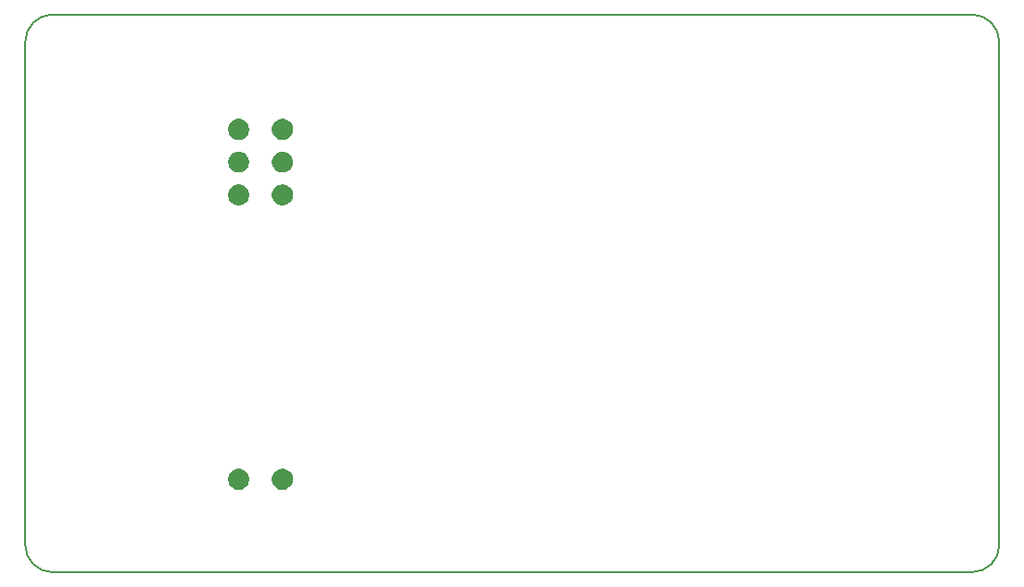
<source format=gbr>
%TF.GenerationSoftware,KiCad,Pcbnew,5.1.0*%
%TF.CreationDate,2019-04-11T23:23:28-05:00*%
%TF.ProjectId,Layout,4c61796f-7574-42e6-9b69-6361645f7063,rev?*%
%TF.SameCoordinates,Original*%
%TF.FileFunction,Soldermask,Bot*%
%TF.FilePolarity,Negative*%
%FSLAX46Y46*%
G04 Gerber Fmt 4.6, Leading zero omitted, Abs format (unit mm)*
G04 Created by KiCad (PCBNEW 5.1.0) date 2019-04-11 23:23:28*
%MOMM*%
%LPD*%
G04 APERTURE LIST*
%ADD10C,0.150000*%
%ADD11C,0.100000*%
G04 APERTURE END LIST*
D10*
X112000000Y-122000000D02*
X112000000Y-76000000D01*
X198500000Y-124500000D02*
X114500000Y-124500000D01*
X201000000Y-76000000D02*
X201000000Y-122000000D01*
X114500000Y-73500000D02*
X198500000Y-73500000D01*
X201000000Y-122000000D02*
G75*
G02X198500000Y-124500000I-2500000J0D01*
G01*
X114500000Y-124500000D02*
G75*
G02X112000000Y-122000000I0J2500000D01*
G01*
X112000000Y-76000000D02*
G75*
G02X114500000Y-73500000I2500000J0D01*
G01*
X198500000Y-73500000D02*
G75*
G02X201000000Y-76000000I0J-2500000D01*
G01*
D11*
G36*
X135780604Y-115074968D02*
G01*
X135868142Y-115111228D01*
X135955678Y-115147486D01*
X135955679Y-115147487D01*
X136113237Y-115252763D01*
X136247237Y-115386763D01*
X136335007Y-115518121D01*
X136352514Y-115544322D01*
X136425032Y-115719396D01*
X136462000Y-115905250D01*
X136462000Y-116094750D01*
X136425032Y-116280604D01*
X136388772Y-116368142D01*
X136352514Y-116455678D01*
X136352513Y-116455679D01*
X136247237Y-116613237D01*
X136113237Y-116747237D01*
X135981879Y-116835007D01*
X135955678Y-116852514D01*
X135780604Y-116925032D01*
X135594750Y-116962000D01*
X135405250Y-116962000D01*
X135219396Y-116925032D01*
X135044322Y-116852514D01*
X135018121Y-116835007D01*
X134886763Y-116747237D01*
X134752763Y-116613237D01*
X134647487Y-116455679D01*
X134647486Y-116455678D01*
X134611228Y-116368142D01*
X134574968Y-116280604D01*
X134538000Y-116094750D01*
X134538000Y-115905250D01*
X134574968Y-115719396D01*
X134647486Y-115544322D01*
X134664993Y-115518121D01*
X134752763Y-115386763D01*
X134886763Y-115252763D01*
X135044321Y-115147487D01*
X135044322Y-115147486D01*
X135131858Y-115111228D01*
X135219396Y-115074968D01*
X135405250Y-115038000D01*
X135594750Y-115038000D01*
X135780604Y-115074968D01*
X135780604Y-115074968D01*
G37*
G36*
X131780604Y-115074968D02*
G01*
X131868142Y-115111228D01*
X131955678Y-115147486D01*
X131955679Y-115147487D01*
X132113237Y-115252763D01*
X132247237Y-115386763D01*
X132335007Y-115518121D01*
X132352514Y-115544322D01*
X132425032Y-115719396D01*
X132462000Y-115905250D01*
X132462000Y-116094750D01*
X132425032Y-116280604D01*
X132388772Y-116368142D01*
X132352514Y-116455678D01*
X132352513Y-116455679D01*
X132247237Y-116613237D01*
X132113237Y-116747237D01*
X131981879Y-116835007D01*
X131955678Y-116852514D01*
X131780604Y-116925032D01*
X131594750Y-116962000D01*
X131405250Y-116962000D01*
X131219396Y-116925032D01*
X131044322Y-116852514D01*
X131018121Y-116835007D01*
X130886763Y-116747237D01*
X130752763Y-116613237D01*
X130647487Y-116455679D01*
X130647486Y-116455678D01*
X130611228Y-116368142D01*
X130574968Y-116280604D01*
X130538000Y-116094750D01*
X130538000Y-115905250D01*
X130574968Y-115719396D01*
X130647486Y-115544322D01*
X130664993Y-115518121D01*
X130752763Y-115386763D01*
X130886763Y-115252763D01*
X131044321Y-115147487D01*
X131044322Y-115147486D01*
X131131858Y-115111228D01*
X131219396Y-115074968D01*
X131405250Y-115038000D01*
X131594750Y-115038000D01*
X131780604Y-115074968D01*
X131780604Y-115074968D01*
G37*
G36*
X135780604Y-89074968D02*
G01*
X135868142Y-89111228D01*
X135955678Y-89147486D01*
X135955679Y-89147487D01*
X136113237Y-89252763D01*
X136247237Y-89386763D01*
X136335007Y-89518121D01*
X136352514Y-89544322D01*
X136425032Y-89719396D01*
X136462000Y-89905250D01*
X136462000Y-90094750D01*
X136425032Y-90280604D01*
X136352514Y-90455678D01*
X136352513Y-90455679D01*
X136247237Y-90613237D01*
X136113237Y-90747237D01*
X135981879Y-90835007D01*
X135955678Y-90852514D01*
X135868142Y-90888772D01*
X135780604Y-90925032D01*
X135594750Y-90962000D01*
X135405250Y-90962000D01*
X135219396Y-90925032D01*
X135131858Y-90888772D01*
X135044322Y-90852514D01*
X135018121Y-90835007D01*
X134886763Y-90747237D01*
X134752763Y-90613237D01*
X134647487Y-90455679D01*
X134647486Y-90455678D01*
X134574968Y-90280604D01*
X134538000Y-90094750D01*
X134538000Y-89905250D01*
X134574968Y-89719396D01*
X134647486Y-89544322D01*
X134664993Y-89518121D01*
X134752763Y-89386763D01*
X134886763Y-89252763D01*
X135044321Y-89147487D01*
X135044322Y-89147486D01*
X135131858Y-89111228D01*
X135219396Y-89074968D01*
X135405250Y-89038000D01*
X135594750Y-89038000D01*
X135780604Y-89074968D01*
X135780604Y-89074968D01*
G37*
G36*
X131780604Y-89074968D02*
G01*
X131868142Y-89111228D01*
X131955678Y-89147486D01*
X131955679Y-89147487D01*
X132113237Y-89252763D01*
X132247237Y-89386763D01*
X132335007Y-89518121D01*
X132352514Y-89544322D01*
X132425032Y-89719396D01*
X132462000Y-89905250D01*
X132462000Y-90094750D01*
X132425032Y-90280604D01*
X132352514Y-90455678D01*
X132352513Y-90455679D01*
X132247237Y-90613237D01*
X132113237Y-90747237D01*
X131981879Y-90835007D01*
X131955678Y-90852514D01*
X131868142Y-90888772D01*
X131780604Y-90925032D01*
X131594750Y-90962000D01*
X131405250Y-90962000D01*
X131219396Y-90925032D01*
X131131858Y-90888772D01*
X131044322Y-90852514D01*
X131018121Y-90835007D01*
X130886763Y-90747237D01*
X130752763Y-90613237D01*
X130647487Y-90455679D01*
X130647486Y-90455678D01*
X130574968Y-90280604D01*
X130538000Y-90094750D01*
X130538000Y-89905250D01*
X130574968Y-89719396D01*
X130647486Y-89544322D01*
X130664993Y-89518121D01*
X130752763Y-89386763D01*
X130886763Y-89252763D01*
X131044321Y-89147487D01*
X131044322Y-89147486D01*
X131131858Y-89111228D01*
X131219396Y-89074968D01*
X131405250Y-89038000D01*
X131594750Y-89038000D01*
X131780604Y-89074968D01*
X131780604Y-89074968D01*
G37*
G36*
X135780604Y-86074968D02*
G01*
X135868142Y-86111228D01*
X135955678Y-86147486D01*
X135955679Y-86147487D01*
X136113237Y-86252763D01*
X136247237Y-86386763D01*
X136335007Y-86518121D01*
X136352514Y-86544322D01*
X136388772Y-86631858D01*
X136425032Y-86719396D01*
X136462000Y-86905250D01*
X136462000Y-87094750D01*
X136425032Y-87280604D01*
X136388772Y-87368142D01*
X136352514Y-87455678D01*
X136352513Y-87455679D01*
X136247237Y-87613237D01*
X136113237Y-87747237D01*
X135981879Y-87835007D01*
X135955678Y-87852514D01*
X135780604Y-87925032D01*
X135594750Y-87962000D01*
X135405250Y-87962000D01*
X135219396Y-87925032D01*
X135044322Y-87852514D01*
X135018121Y-87835007D01*
X134886763Y-87747237D01*
X134752763Y-87613237D01*
X134647487Y-87455679D01*
X134647486Y-87455678D01*
X134611228Y-87368142D01*
X134574968Y-87280604D01*
X134538000Y-87094750D01*
X134538000Y-86905250D01*
X134574968Y-86719396D01*
X134647486Y-86544322D01*
X134664993Y-86518121D01*
X134752763Y-86386763D01*
X134886763Y-86252763D01*
X135044321Y-86147487D01*
X135044322Y-86147486D01*
X135131858Y-86111228D01*
X135219396Y-86074968D01*
X135405250Y-86038000D01*
X135594750Y-86038000D01*
X135780604Y-86074968D01*
X135780604Y-86074968D01*
G37*
G36*
X131780604Y-86074968D02*
G01*
X131868142Y-86111228D01*
X131955678Y-86147486D01*
X131955679Y-86147487D01*
X132113237Y-86252763D01*
X132247237Y-86386763D01*
X132335007Y-86518121D01*
X132352514Y-86544322D01*
X132388772Y-86631858D01*
X132425032Y-86719396D01*
X132462000Y-86905250D01*
X132462000Y-87094750D01*
X132425032Y-87280604D01*
X132388772Y-87368142D01*
X132352514Y-87455678D01*
X132352513Y-87455679D01*
X132247237Y-87613237D01*
X132113237Y-87747237D01*
X131981879Y-87835007D01*
X131955678Y-87852514D01*
X131780604Y-87925032D01*
X131594750Y-87962000D01*
X131405250Y-87962000D01*
X131219396Y-87925032D01*
X131044322Y-87852514D01*
X131018121Y-87835007D01*
X130886763Y-87747237D01*
X130752763Y-87613237D01*
X130647487Y-87455679D01*
X130647486Y-87455678D01*
X130611228Y-87368142D01*
X130574968Y-87280604D01*
X130538000Y-87094750D01*
X130538000Y-86905250D01*
X130574968Y-86719396D01*
X130647486Y-86544322D01*
X130664993Y-86518121D01*
X130752763Y-86386763D01*
X130886763Y-86252763D01*
X131044321Y-86147487D01*
X131044322Y-86147486D01*
X131131858Y-86111228D01*
X131219396Y-86074968D01*
X131405250Y-86038000D01*
X131594750Y-86038000D01*
X131780604Y-86074968D01*
X131780604Y-86074968D01*
G37*
G36*
X135780604Y-83074968D02*
G01*
X135955678Y-83147486D01*
X135955679Y-83147487D01*
X136113237Y-83252763D01*
X136247237Y-83386763D01*
X136335007Y-83518121D01*
X136352514Y-83544322D01*
X136425032Y-83719396D01*
X136462000Y-83905250D01*
X136462000Y-84094750D01*
X136425032Y-84280604D01*
X136352514Y-84455678D01*
X136352513Y-84455679D01*
X136247237Y-84613237D01*
X136113237Y-84747237D01*
X135981879Y-84835007D01*
X135955678Y-84852514D01*
X135868142Y-84888772D01*
X135780604Y-84925032D01*
X135594750Y-84962000D01*
X135405250Y-84962000D01*
X135219396Y-84925032D01*
X135131858Y-84888772D01*
X135044322Y-84852514D01*
X135018121Y-84835007D01*
X134886763Y-84747237D01*
X134752763Y-84613237D01*
X134647487Y-84455679D01*
X134647486Y-84455678D01*
X134611228Y-84368142D01*
X134574968Y-84280604D01*
X134538000Y-84094750D01*
X134538000Y-83905250D01*
X134574968Y-83719396D01*
X134647486Y-83544322D01*
X134664993Y-83518121D01*
X134752763Y-83386763D01*
X134886763Y-83252763D01*
X135044321Y-83147487D01*
X135044322Y-83147486D01*
X135219396Y-83074968D01*
X135405250Y-83038000D01*
X135594750Y-83038000D01*
X135780604Y-83074968D01*
X135780604Y-83074968D01*
G37*
G36*
X131780604Y-83074968D02*
G01*
X131955678Y-83147486D01*
X131955679Y-83147487D01*
X132113237Y-83252763D01*
X132247237Y-83386763D01*
X132335007Y-83518121D01*
X132352514Y-83544322D01*
X132425032Y-83719396D01*
X132462000Y-83905250D01*
X132462000Y-84094750D01*
X132425032Y-84280604D01*
X132352514Y-84455678D01*
X132352513Y-84455679D01*
X132247237Y-84613237D01*
X132113237Y-84747237D01*
X131981879Y-84835007D01*
X131955678Y-84852514D01*
X131868142Y-84888772D01*
X131780604Y-84925032D01*
X131594750Y-84962000D01*
X131405250Y-84962000D01*
X131219396Y-84925032D01*
X131131858Y-84888772D01*
X131044322Y-84852514D01*
X131018121Y-84835007D01*
X130886763Y-84747237D01*
X130752763Y-84613237D01*
X130647487Y-84455679D01*
X130647486Y-84455678D01*
X130611228Y-84368142D01*
X130574968Y-84280604D01*
X130538000Y-84094750D01*
X130538000Y-83905250D01*
X130574968Y-83719396D01*
X130647486Y-83544322D01*
X130664993Y-83518121D01*
X130752763Y-83386763D01*
X130886763Y-83252763D01*
X131044321Y-83147487D01*
X131044322Y-83147486D01*
X131219396Y-83074968D01*
X131405250Y-83038000D01*
X131594750Y-83038000D01*
X131780604Y-83074968D01*
X131780604Y-83074968D01*
G37*
M02*

</source>
